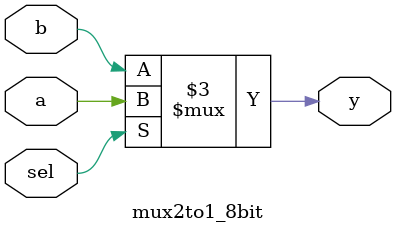
<source format=sv>
/*
 Author: Dov Kruger
 Example of a 2:1 one-bit mux
*/
module mux2to1_8bit(
    input wire  a,
    input wire  b,
    input wire sel,
    output logic y
);

always @(*) begin
   if (sel) y = a;
   else y = b;
end

endmodule

</source>
